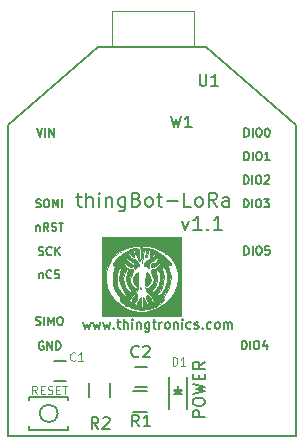
<source format=gbr>
G04 #@! TF.FileFunction,Legend,Top*
%FSLAX46Y46*%
G04 Gerber Fmt 4.6, Leading zero omitted, Abs format (unit mm)*
G04 Created by KiCad (PCBNEW 4.0.4-stable) date 03/08/17 14:14:02*
%MOMM*%
%LPD*%
G01*
G04 APERTURE LIST*
%ADD10C,0.100000*%
%ADD11C,0.175000*%
%ADD12C,0.150000*%
%ADD13C,0.200000*%
%ADD14C,0.010000*%
%ADD15C,0.110000*%
G04 APERTURE END LIST*
D10*
D11*
X190800001Y-123546667D02*
X190800001Y-122846667D01*
X190966667Y-122846667D01*
X191066667Y-122880000D01*
X191133334Y-122946667D01*
X191166667Y-123013333D01*
X191200001Y-123146667D01*
X191200001Y-123246667D01*
X191166667Y-123380000D01*
X191133334Y-123446667D01*
X191066667Y-123513333D01*
X190966667Y-123546667D01*
X190800001Y-123546667D01*
X191500001Y-123546667D02*
X191500001Y-122846667D01*
X191966667Y-122846667D02*
X192100000Y-122846667D01*
X192166667Y-122880000D01*
X192233334Y-122946667D01*
X192266667Y-123080000D01*
X192266667Y-123313333D01*
X192233334Y-123446667D01*
X192166667Y-123513333D01*
X192100000Y-123546667D01*
X191966667Y-123546667D01*
X191900000Y-123513333D01*
X191833334Y-123446667D01*
X191800000Y-123313333D01*
X191800000Y-123080000D01*
X191833334Y-122946667D01*
X191900000Y-122880000D01*
X191966667Y-122846667D01*
X192866667Y-123080000D02*
X192866667Y-123546667D01*
X192700000Y-122813333D02*
X192533333Y-123313333D01*
X192966667Y-123313333D01*
X190990001Y-115546667D02*
X190990001Y-114846667D01*
X191156667Y-114846667D01*
X191256667Y-114880000D01*
X191323334Y-114946667D01*
X191356667Y-115013333D01*
X191390001Y-115146667D01*
X191390001Y-115246667D01*
X191356667Y-115380000D01*
X191323334Y-115446667D01*
X191256667Y-115513333D01*
X191156667Y-115546667D01*
X190990001Y-115546667D01*
X191690001Y-115546667D02*
X191690001Y-114846667D01*
X192156667Y-114846667D02*
X192290000Y-114846667D01*
X192356667Y-114880000D01*
X192423334Y-114946667D01*
X192456667Y-115080000D01*
X192456667Y-115313333D01*
X192423334Y-115446667D01*
X192356667Y-115513333D01*
X192290000Y-115546667D01*
X192156667Y-115546667D01*
X192090000Y-115513333D01*
X192023334Y-115446667D01*
X191990000Y-115313333D01*
X191990000Y-115080000D01*
X192023334Y-114946667D01*
X192090000Y-114880000D01*
X192156667Y-114846667D01*
X193090000Y-114846667D02*
X192756667Y-114846667D01*
X192723333Y-115180000D01*
X192756667Y-115146667D01*
X192823333Y-115113333D01*
X192990000Y-115113333D01*
X193056667Y-115146667D01*
X193090000Y-115180000D01*
X193123333Y-115246667D01*
X193123333Y-115413333D01*
X193090000Y-115480000D01*
X193056667Y-115513333D01*
X192990000Y-115546667D01*
X192823333Y-115546667D01*
X192756667Y-115513333D01*
X192723333Y-115480000D01*
X190960001Y-111546667D02*
X190960001Y-110846667D01*
X191126667Y-110846667D01*
X191226667Y-110880000D01*
X191293334Y-110946667D01*
X191326667Y-111013333D01*
X191360001Y-111146667D01*
X191360001Y-111246667D01*
X191326667Y-111380000D01*
X191293334Y-111446667D01*
X191226667Y-111513333D01*
X191126667Y-111546667D01*
X190960001Y-111546667D01*
X191660001Y-111546667D02*
X191660001Y-110846667D01*
X192126667Y-110846667D02*
X192260000Y-110846667D01*
X192326667Y-110880000D01*
X192393334Y-110946667D01*
X192426667Y-111080000D01*
X192426667Y-111313333D01*
X192393334Y-111446667D01*
X192326667Y-111513333D01*
X192260000Y-111546667D01*
X192126667Y-111546667D01*
X192060000Y-111513333D01*
X191993334Y-111446667D01*
X191960000Y-111313333D01*
X191960000Y-111080000D01*
X191993334Y-110946667D01*
X192060000Y-110880000D01*
X192126667Y-110846667D01*
X192660000Y-110846667D02*
X193093333Y-110846667D01*
X192860000Y-111113333D01*
X192960000Y-111113333D01*
X193026667Y-111146667D01*
X193060000Y-111180000D01*
X193093333Y-111246667D01*
X193093333Y-111413333D01*
X193060000Y-111480000D01*
X193026667Y-111513333D01*
X192960000Y-111546667D01*
X192760000Y-111546667D01*
X192693333Y-111513333D01*
X192660000Y-111480000D01*
X190970001Y-109546667D02*
X190970001Y-108846667D01*
X191136667Y-108846667D01*
X191236667Y-108880000D01*
X191303334Y-108946667D01*
X191336667Y-109013333D01*
X191370001Y-109146667D01*
X191370001Y-109246667D01*
X191336667Y-109380000D01*
X191303334Y-109446667D01*
X191236667Y-109513333D01*
X191136667Y-109546667D01*
X190970001Y-109546667D01*
X191670001Y-109546667D02*
X191670001Y-108846667D01*
X192136667Y-108846667D02*
X192270000Y-108846667D01*
X192336667Y-108880000D01*
X192403334Y-108946667D01*
X192436667Y-109080000D01*
X192436667Y-109313333D01*
X192403334Y-109446667D01*
X192336667Y-109513333D01*
X192270000Y-109546667D01*
X192136667Y-109546667D01*
X192070000Y-109513333D01*
X192003334Y-109446667D01*
X191970000Y-109313333D01*
X191970000Y-109080000D01*
X192003334Y-108946667D01*
X192070000Y-108880000D01*
X192136667Y-108846667D01*
X192703333Y-108913333D02*
X192736667Y-108880000D01*
X192803333Y-108846667D01*
X192970000Y-108846667D01*
X193036667Y-108880000D01*
X193070000Y-108913333D01*
X193103333Y-108980000D01*
X193103333Y-109046667D01*
X193070000Y-109146667D01*
X192670000Y-109546667D01*
X193103333Y-109546667D01*
X190990001Y-107546667D02*
X190990001Y-106846667D01*
X191156667Y-106846667D01*
X191256667Y-106880000D01*
X191323334Y-106946667D01*
X191356667Y-107013333D01*
X191390001Y-107146667D01*
X191390001Y-107246667D01*
X191356667Y-107380000D01*
X191323334Y-107446667D01*
X191256667Y-107513333D01*
X191156667Y-107546667D01*
X190990001Y-107546667D01*
X191690001Y-107546667D02*
X191690001Y-106846667D01*
X192156667Y-106846667D02*
X192290000Y-106846667D01*
X192356667Y-106880000D01*
X192423334Y-106946667D01*
X192456667Y-107080000D01*
X192456667Y-107313333D01*
X192423334Y-107446667D01*
X192356667Y-107513333D01*
X192290000Y-107546667D01*
X192156667Y-107546667D01*
X192090000Y-107513333D01*
X192023334Y-107446667D01*
X191990000Y-107313333D01*
X191990000Y-107080000D01*
X192023334Y-106946667D01*
X192090000Y-106880000D01*
X192156667Y-106846667D01*
X193123333Y-107546667D02*
X192723333Y-107546667D01*
X192923333Y-107546667D02*
X192923333Y-106846667D01*
X192856667Y-106946667D01*
X192790000Y-107013333D01*
X192723333Y-107046667D01*
X190990001Y-105546667D02*
X190990001Y-104846667D01*
X191156667Y-104846667D01*
X191256667Y-104880000D01*
X191323334Y-104946667D01*
X191356667Y-105013333D01*
X191390001Y-105146667D01*
X191390001Y-105246667D01*
X191356667Y-105380000D01*
X191323334Y-105446667D01*
X191256667Y-105513333D01*
X191156667Y-105546667D01*
X190990001Y-105546667D01*
X191690001Y-105546667D02*
X191690001Y-104846667D01*
X192156667Y-104846667D02*
X192290000Y-104846667D01*
X192356667Y-104880000D01*
X192423334Y-104946667D01*
X192456667Y-105080000D01*
X192456667Y-105313333D01*
X192423334Y-105446667D01*
X192356667Y-105513333D01*
X192290000Y-105546667D01*
X192156667Y-105546667D01*
X192090000Y-105513333D01*
X192023334Y-105446667D01*
X191990000Y-105313333D01*
X191990000Y-105080000D01*
X192023334Y-104946667D01*
X192090000Y-104880000D01*
X192156667Y-104846667D01*
X192890000Y-104846667D02*
X192956667Y-104846667D01*
X193023333Y-104880000D01*
X193056667Y-104913333D01*
X193090000Y-104980000D01*
X193123333Y-105113333D01*
X193123333Y-105280000D01*
X193090000Y-105413333D01*
X193056667Y-105480000D01*
X193023333Y-105513333D01*
X192956667Y-105546667D01*
X192890000Y-105546667D01*
X192823333Y-105513333D01*
X192790000Y-105480000D01*
X192756667Y-105413333D01*
X192723333Y-105280000D01*
X192723333Y-105113333D01*
X192756667Y-104980000D01*
X192790000Y-104913333D01*
X192823333Y-104880000D01*
X192890000Y-104846667D01*
X173423334Y-104866667D02*
X173656667Y-105566667D01*
X173890000Y-104866667D01*
X174123334Y-105566667D02*
X174123334Y-104866667D01*
X174456667Y-105566667D02*
X174456667Y-104866667D01*
X174856667Y-105566667D01*
X174856667Y-104866667D01*
X173976667Y-122920000D02*
X173910001Y-122886667D01*
X173810001Y-122886667D01*
X173710001Y-122920000D01*
X173643334Y-122986667D01*
X173610001Y-123053333D01*
X173576667Y-123186667D01*
X173576667Y-123286667D01*
X173610001Y-123420000D01*
X173643334Y-123486667D01*
X173710001Y-123553333D01*
X173810001Y-123586667D01*
X173876667Y-123586667D01*
X173976667Y-123553333D01*
X174010001Y-123520000D01*
X174010001Y-123286667D01*
X173876667Y-123286667D01*
X174310001Y-123586667D02*
X174310001Y-122886667D01*
X174710001Y-123586667D01*
X174710001Y-122886667D01*
X175043334Y-123586667D02*
X175043334Y-122886667D01*
X175210000Y-122886667D01*
X175310000Y-122920000D01*
X175376667Y-122986667D01*
X175410000Y-123053333D01*
X175443334Y-123186667D01*
X175443334Y-123286667D01*
X175410000Y-123420000D01*
X175376667Y-123486667D01*
X175310000Y-123553333D01*
X175210000Y-123586667D01*
X175043334Y-123586667D01*
X173356667Y-121463333D02*
X173456667Y-121496667D01*
X173623334Y-121496667D01*
X173690001Y-121463333D01*
X173723334Y-121430000D01*
X173756667Y-121363333D01*
X173756667Y-121296667D01*
X173723334Y-121230000D01*
X173690001Y-121196667D01*
X173623334Y-121163333D01*
X173490001Y-121130000D01*
X173423334Y-121096667D01*
X173390001Y-121063333D01*
X173356667Y-120996667D01*
X173356667Y-120930000D01*
X173390001Y-120863333D01*
X173423334Y-120830000D01*
X173490001Y-120796667D01*
X173656667Y-120796667D01*
X173756667Y-120830000D01*
X174056668Y-121496667D02*
X174056668Y-120796667D01*
X174390001Y-121496667D02*
X174390001Y-120796667D01*
X174623334Y-121296667D01*
X174856667Y-120796667D01*
X174856667Y-121496667D01*
X175323334Y-120796667D02*
X175456667Y-120796667D01*
X175523334Y-120830000D01*
X175590001Y-120896667D01*
X175623334Y-121030000D01*
X175623334Y-121263333D01*
X175590001Y-121396667D01*
X175523334Y-121463333D01*
X175456667Y-121496667D01*
X175323334Y-121496667D01*
X175256667Y-121463333D01*
X175190001Y-121396667D01*
X175156667Y-121263333D01*
X175156667Y-121030000D01*
X175190001Y-120896667D01*
X175256667Y-120830000D01*
X175323334Y-120796667D01*
X173626667Y-117090000D02*
X173626667Y-117556667D01*
X173626667Y-117156667D02*
X173660000Y-117123333D01*
X173726667Y-117090000D01*
X173826667Y-117090000D01*
X173893333Y-117123333D01*
X173926667Y-117190000D01*
X173926667Y-117556667D01*
X174660000Y-117490000D02*
X174626666Y-117523333D01*
X174526666Y-117556667D01*
X174460000Y-117556667D01*
X174360000Y-117523333D01*
X174293333Y-117456667D01*
X174260000Y-117390000D01*
X174226666Y-117256667D01*
X174226666Y-117156667D01*
X174260000Y-117023333D01*
X174293333Y-116956667D01*
X174360000Y-116890000D01*
X174460000Y-116856667D01*
X174526666Y-116856667D01*
X174626666Y-116890000D01*
X174660000Y-116923333D01*
X174926666Y-117523333D02*
X175026666Y-117556667D01*
X175193333Y-117556667D01*
X175260000Y-117523333D01*
X175293333Y-117490000D01*
X175326666Y-117423333D01*
X175326666Y-117356667D01*
X175293333Y-117290000D01*
X175260000Y-117256667D01*
X175193333Y-117223333D01*
X175060000Y-117190000D01*
X174993333Y-117156667D01*
X174960000Y-117123333D01*
X174926666Y-117056667D01*
X174926666Y-116990000D01*
X174960000Y-116923333D01*
X174993333Y-116890000D01*
X175060000Y-116856667D01*
X175226666Y-116856667D01*
X175326666Y-116890000D01*
X173570000Y-115543333D02*
X173670000Y-115576667D01*
X173836667Y-115576667D01*
X173903334Y-115543333D01*
X173936667Y-115510000D01*
X173970000Y-115443333D01*
X173970000Y-115376667D01*
X173936667Y-115310000D01*
X173903334Y-115276667D01*
X173836667Y-115243333D01*
X173703334Y-115210000D01*
X173636667Y-115176667D01*
X173603334Y-115143333D01*
X173570000Y-115076667D01*
X173570000Y-115010000D01*
X173603334Y-114943333D01*
X173636667Y-114910000D01*
X173703334Y-114876667D01*
X173870000Y-114876667D01*
X173970000Y-114910000D01*
X174670001Y-115510000D02*
X174636667Y-115543333D01*
X174536667Y-115576667D01*
X174470001Y-115576667D01*
X174370001Y-115543333D01*
X174303334Y-115476667D01*
X174270001Y-115410000D01*
X174236667Y-115276667D01*
X174236667Y-115176667D01*
X174270001Y-115043333D01*
X174303334Y-114976667D01*
X174370001Y-114910000D01*
X174470001Y-114876667D01*
X174536667Y-114876667D01*
X174636667Y-114910000D01*
X174670001Y-114943333D01*
X174970001Y-115576667D02*
X174970001Y-114876667D01*
X175370001Y-115576667D02*
X175070001Y-115176667D01*
X175370001Y-114876667D02*
X174970001Y-115276667D01*
X173370001Y-113070000D02*
X173370001Y-113536667D01*
X173370001Y-113136667D02*
X173403334Y-113103333D01*
X173470001Y-113070000D01*
X173570001Y-113070000D01*
X173636667Y-113103333D01*
X173670001Y-113170000D01*
X173670001Y-113536667D01*
X174403334Y-113536667D02*
X174170000Y-113203333D01*
X174003334Y-113536667D02*
X174003334Y-112836667D01*
X174270000Y-112836667D01*
X174336667Y-112870000D01*
X174370000Y-112903333D01*
X174403334Y-112970000D01*
X174403334Y-113070000D01*
X174370000Y-113136667D01*
X174336667Y-113170000D01*
X174270000Y-113203333D01*
X174003334Y-113203333D01*
X174670000Y-113503333D02*
X174770000Y-113536667D01*
X174936667Y-113536667D01*
X175003334Y-113503333D01*
X175036667Y-113470000D01*
X175070000Y-113403333D01*
X175070000Y-113336667D01*
X175036667Y-113270000D01*
X175003334Y-113236667D01*
X174936667Y-113203333D01*
X174803334Y-113170000D01*
X174736667Y-113136667D01*
X174703334Y-113103333D01*
X174670000Y-113036667D01*
X174670000Y-112970000D01*
X174703334Y-112903333D01*
X174736667Y-112870000D01*
X174803334Y-112836667D01*
X174970000Y-112836667D01*
X175070000Y-112870000D01*
X175270001Y-112836667D02*
X175670001Y-112836667D01*
X175470001Y-113536667D02*
X175470001Y-112836667D01*
X173336667Y-111513333D02*
X173436667Y-111546667D01*
X173603334Y-111546667D01*
X173670001Y-111513333D01*
X173703334Y-111480000D01*
X173736667Y-111413333D01*
X173736667Y-111346667D01*
X173703334Y-111280000D01*
X173670001Y-111246667D01*
X173603334Y-111213333D01*
X173470001Y-111180000D01*
X173403334Y-111146667D01*
X173370001Y-111113333D01*
X173336667Y-111046667D01*
X173336667Y-110980000D01*
X173370001Y-110913333D01*
X173403334Y-110880000D01*
X173470001Y-110846667D01*
X173636667Y-110846667D01*
X173736667Y-110880000D01*
X174170001Y-110846667D02*
X174303334Y-110846667D01*
X174370001Y-110880000D01*
X174436668Y-110946667D01*
X174470001Y-111080000D01*
X174470001Y-111313333D01*
X174436668Y-111446667D01*
X174370001Y-111513333D01*
X174303334Y-111546667D01*
X174170001Y-111546667D01*
X174103334Y-111513333D01*
X174036668Y-111446667D01*
X174003334Y-111313333D01*
X174003334Y-111080000D01*
X174036668Y-110946667D01*
X174103334Y-110880000D01*
X174170001Y-110846667D01*
X174770001Y-111546667D02*
X174770001Y-110846667D01*
X175003334Y-111346667D01*
X175236667Y-110846667D01*
X175236667Y-111546667D01*
X175570001Y-111546667D02*
X175570001Y-110846667D01*
D12*
X177356191Y-121278571D02*
X177508572Y-121811905D01*
X177660953Y-121430952D01*
X177813334Y-121811905D01*
X177965715Y-121278571D01*
X178194286Y-121278571D02*
X178346667Y-121811905D01*
X178499048Y-121430952D01*
X178651429Y-121811905D01*
X178803810Y-121278571D01*
X179032381Y-121278571D02*
X179184762Y-121811905D01*
X179337143Y-121430952D01*
X179489524Y-121811905D01*
X179641905Y-121278571D01*
X179946666Y-121735714D02*
X179984761Y-121773810D01*
X179946666Y-121811905D01*
X179908571Y-121773810D01*
X179946666Y-121735714D01*
X179946666Y-121811905D01*
X180213332Y-121278571D02*
X180518094Y-121278571D01*
X180327618Y-121011905D02*
X180327618Y-121697619D01*
X180365713Y-121773810D01*
X180441904Y-121811905D01*
X180518094Y-121811905D01*
X180784761Y-121811905D02*
X180784761Y-121011905D01*
X181127618Y-121811905D02*
X181127618Y-121392857D01*
X181089523Y-121316667D01*
X181013333Y-121278571D01*
X180899047Y-121278571D01*
X180822856Y-121316667D01*
X180784761Y-121354762D01*
X181508571Y-121811905D02*
X181508571Y-121278571D01*
X181508571Y-121011905D02*
X181470476Y-121050000D01*
X181508571Y-121088095D01*
X181546666Y-121050000D01*
X181508571Y-121011905D01*
X181508571Y-121088095D01*
X181889523Y-121278571D02*
X181889523Y-121811905D01*
X181889523Y-121354762D02*
X181927618Y-121316667D01*
X182003809Y-121278571D01*
X182118095Y-121278571D01*
X182194285Y-121316667D01*
X182232380Y-121392857D01*
X182232380Y-121811905D01*
X182956190Y-121278571D02*
X182956190Y-121926190D01*
X182918095Y-122002381D01*
X182880000Y-122040476D01*
X182803809Y-122078571D01*
X182689524Y-122078571D01*
X182613333Y-122040476D01*
X182956190Y-121773810D02*
X182880000Y-121811905D01*
X182727619Y-121811905D01*
X182651428Y-121773810D01*
X182613333Y-121735714D01*
X182575238Y-121659524D01*
X182575238Y-121430952D01*
X182613333Y-121354762D01*
X182651428Y-121316667D01*
X182727619Y-121278571D01*
X182880000Y-121278571D01*
X182956190Y-121316667D01*
X183222857Y-121278571D02*
X183527619Y-121278571D01*
X183337143Y-121011905D02*
X183337143Y-121697619D01*
X183375238Y-121773810D01*
X183451429Y-121811905D01*
X183527619Y-121811905D01*
X183794286Y-121811905D02*
X183794286Y-121278571D01*
X183794286Y-121430952D02*
X183832381Y-121354762D01*
X183870477Y-121316667D01*
X183946667Y-121278571D01*
X184022858Y-121278571D01*
X184403810Y-121811905D02*
X184327619Y-121773810D01*
X184289524Y-121735714D01*
X184251429Y-121659524D01*
X184251429Y-121430952D01*
X184289524Y-121354762D01*
X184327619Y-121316667D01*
X184403810Y-121278571D01*
X184518096Y-121278571D01*
X184594286Y-121316667D01*
X184632381Y-121354762D01*
X184670477Y-121430952D01*
X184670477Y-121659524D01*
X184632381Y-121735714D01*
X184594286Y-121773810D01*
X184518096Y-121811905D01*
X184403810Y-121811905D01*
X185013334Y-121278571D02*
X185013334Y-121811905D01*
X185013334Y-121354762D02*
X185051429Y-121316667D01*
X185127620Y-121278571D01*
X185241906Y-121278571D01*
X185318096Y-121316667D01*
X185356191Y-121392857D01*
X185356191Y-121811905D01*
X185737144Y-121811905D02*
X185737144Y-121278571D01*
X185737144Y-121011905D02*
X185699049Y-121050000D01*
X185737144Y-121088095D01*
X185775239Y-121050000D01*
X185737144Y-121011905D01*
X185737144Y-121088095D01*
X186460953Y-121773810D02*
X186384763Y-121811905D01*
X186232382Y-121811905D01*
X186156191Y-121773810D01*
X186118096Y-121735714D01*
X186080001Y-121659524D01*
X186080001Y-121430952D01*
X186118096Y-121354762D01*
X186156191Y-121316667D01*
X186232382Y-121278571D01*
X186384763Y-121278571D01*
X186460953Y-121316667D01*
X186765715Y-121773810D02*
X186841905Y-121811905D01*
X186994286Y-121811905D01*
X187070477Y-121773810D01*
X187108572Y-121697619D01*
X187108572Y-121659524D01*
X187070477Y-121583333D01*
X186994286Y-121545238D01*
X186880001Y-121545238D01*
X186803810Y-121507143D01*
X186765715Y-121430952D01*
X186765715Y-121392857D01*
X186803810Y-121316667D01*
X186880001Y-121278571D01*
X186994286Y-121278571D01*
X187070477Y-121316667D01*
X187451429Y-121735714D02*
X187489524Y-121773810D01*
X187451429Y-121811905D01*
X187413334Y-121773810D01*
X187451429Y-121735714D01*
X187451429Y-121811905D01*
X188175238Y-121773810D02*
X188099048Y-121811905D01*
X187946667Y-121811905D01*
X187870476Y-121773810D01*
X187832381Y-121735714D01*
X187794286Y-121659524D01*
X187794286Y-121430952D01*
X187832381Y-121354762D01*
X187870476Y-121316667D01*
X187946667Y-121278571D01*
X188099048Y-121278571D01*
X188175238Y-121316667D01*
X188632381Y-121811905D02*
X188556190Y-121773810D01*
X188518095Y-121735714D01*
X188480000Y-121659524D01*
X188480000Y-121430952D01*
X188518095Y-121354762D01*
X188556190Y-121316667D01*
X188632381Y-121278571D01*
X188746667Y-121278571D01*
X188822857Y-121316667D01*
X188860952Y-121354762D01*
X188899048Y-121430952D01*
X188899048Y-121659524D01*
X188860952Y-121735714D01*
X188822857Y-121773810D01*
X188746667Y-121811905D01*
X188632381Y-121811905D01*
X189241905Y-121811905D02*
X189241905Y-121278571D01*
X189241905Y-121354762D02*
X189280000Y-121316667D01*
X189356191Y-121278571D01*
X189470477Y-121278571D01*
X189546667Y-121316667D01*
X189584762Y-121392857D01*
X189584762Y-121811905D01*
X189584762Y-121392857D02*
X189622858Y-121316667D01*
X189699048Y-121278571D01*
X189813334Y-121278571D01*
X189889524Y-121316667D01*
X189927619Y-121392857D01*
X189927619Y-121811905D01*
D13*
X176767144Y-110692857D02*
X177224287Y-110692857D01*
X176938572Y-110292857D02*
X176938572Y-111321429D01*
X176995715Y-111435714D01*
X177110001Y-111492857D01*
X177224287Y-111492857D01*
X177624286Y-111492857D02*
X177624286Y-110292857D01*
X178138572Y-111492857D02*
X178138572Y-110864286D01*
X178081429Y-110750000D01*
X177967143Y-110692857D01*
X177795715Y-110692857D01*
X177681429Y-110750000D01*
X177624286Y-110807143D01*
X178710000Y-111492857D02*
X178710000Y-110692857D01*
X178710000Y-110292857D02*
X178652857Y-110350000D01*
X178710000Y-110407143D01*
X178767143Y-110350000D01*
X178710000Y-110292857D01*
X178710000Y-110407143D01*
X179281429Y-110692857D02*
X179281429Y-111492857D01*
X179281429Y-110807143D02*
X179338572Y-110750000D01*
X179452858Y-110692857D01*
X179624286Y-110692857D01*
X179738572Y-110750000D01*
X179795715Y-110864286D01*
X179795715Y-111492857D01*
X180881429Y-110692857D02*
X180881429Y-111664286D01*
X180824286Y-111778571D01*
X180767143Y-111835714D01*
X180652858Y-111892857D01*
X180481429Y-111892857D01*
X180367143Y-111835714D01*
X180881429Y-111435714D02*
X180767143Y-111492857D01*
X180538572Y-111492857D01*
X180424286Y-111435714D01*
X180367143Y-111378571D01*
X180310000Y-111264286D01*
X180310000Y-110921429D01*
X180367143Y-110807143D01*
X180424286Y-110750000D01*
X180538572Y-110692857D01*
X180767143Y-110692857D01*
X180881429Y-110750000D01*
X181852857Y-110864286D02*
X182024286Y-110921429D01*
X182081429Y-110978571D01*
X182138572Y-111092857D01*
X182138572Y-111264286D01*
X182081429Y-111378571D01*
X182024286Y-111435714D01*
X181910000Y-111492857D01*
X181452857Y-111492857D01*
X181452857Y-110292857D01*
X181852857Y-110292857D01*
X181967143Y-110350000D01*
X182024286Y-110407143D01*
X182081429Y-110521429D01*
X182081429Y-110635714D01*
X182024286Y-110750000D01*
X181967143Y-110807143D01*
X181852857Y-110864286D01*
X181452857Y-110864286D01*
X182824286Y-111492857D02*
X182710000Y-111435714D01*
X182652857Y-111378571D01*
X182595714Y-111264286D01*
X182595714Y-110921429D01*
X182652857Y-110807143D01*
X182710000Y-110750000D01*
X182824286Y-110692857D01*
X182995714Y-110692857D01*
X183110000Y-110750000D01*
X183167143Y-110807143D01*
X183224286Y-110921429D01*
X183224286Y-111264286D01*
X183167143Y-111378571D01*
X183110000Y-111435714D01*
X182995714Y-111492857D01*
X182824286Y-111492857D01*
X183567143Y-110692857D02*
X184024286Y-110692857D01*
X183738571Y-110292857D02*
X183738571Y-111321429D01*
X183795714Y-111435714D01*
X183910000Y-111492857D01*
X184024286Y-111492857D01*
X184424285Y-111035714D02*
X185338571Y-111035714D01*
X186481428Y-111492857D02*
X185909999Y-111492857D01*
X185909999Y-110292857D01*
X187052857Y-111492857D02*
X186938571Y-111435714D01*
X186881428Y-111378571D01*
X186824285Y-111264286D01*
X186824285Y-110921429D01*
X186881428Y-110807143D01*
X186938571Y-110750000D01*
X187052857Y-110692857D01*
X187224285Y-110692857D01*
X187338571Y-110750000D01*
X187395714Y-110807143D01*
X187452857Y-110921429D01*
X187452857Y-111264286D01*
X187395714Y-111378571D01*
X187338571Y-111435714D01*
X187224285Y-111492857D01*
X187052857Y-111492857D01*
X188652857Y-111492857D02*
X188252857Y-110921429D01*
X187967142Y-111492857D02*
X187967142Y-110292857D01*
X188424285Y-110292857D01*
X188538571Y-110350000D01*
X188595714Y-110407143D01*
X188652857Y-110521429D01*
X188652857Y-110692857D01*
X188595714Y-110807143D01*
X188538571Y-110864286D01*
X188424285Y-110921429D01*
X187967142Y-110921429D01*
X189681428Y-111492857D02*
X189681428Y-110864286D01*
X189624285Y-110750000D01*
X189509999Y-110692857D01*
X189281428Y-110692857D01*
X189167142Y-110750000D01*
X189681428Y-111435714D02*
X189567142Y-111492857D01*
X189281428Y-111492857D01*
X189167142Y-111435714D01*
X189109999Y-111321429D01*
X189109999Y-111207143D01*
X189167142Y-111092857D01*
X189281428Y-111035714D01*
X189567142Y-111035714D01*
X189681428Y-110978571D01*
X185710002Y-112692857D02*
X185995716Y-113492857D01*
X186281430Y-112692857D01*
X187367145Y-113492857D02*
X186681430Y-113492857D01*
X187024288Y-113492857D02*
X187024288Y-112292857D01*
X186910002Y-112464286D01*
X186795716Y-112578571D01*
X186681430Y-112635714D01*
X187881430Y-113378571D02*
X187938573Y-113435714D01*
X187881430Y-113492857D01*
X187824287Y-113435714D01*
X187881430Y-113378571D01*
X187881430Y-113492857D01*
X189081431Y-113492857D02*
X188395716Y-113492857D01*
X188738574Y-113492857D02*
X188738574Y-112292857D01*
X188624288Y-112464286D01*
X188510002Y-112578571D01*
X188395716Y-112635714D01*
D12*
X181720000Y-126780000D02*
X182720000Y-126780000D01*
X182720000Y-125080000D02*
X181720000Y-125080000D01*
X177855000Y-127640000D02*
X177855000Y-126440000D01*
X179605000Y-126440000D02*
X179605000Y-127640000D01*
X170990000Y-104530000D02*
X170990000Y-130940000D01*
X170990000Y-130940000D02*
X195370000Y-130940000D01*
X195370000Y-130940000D02*
X195370000Y-104530000D01*
X195370000Y-104530000D02*
X187780000Y-98000000D01*
X187780000Y-98000000D02*
X178580000Y-98000000D01*
X178580000Y-98000000D02*
X170990000Y-104530000D01*
X186140000Y-128580000D02*
X186140000Y-125880000D01*
X184640000Y-128580000D02*
X184640000Y-125880000D01*
X185540000Y-127080000D02*
X185290000Y-127080000D01*
X185290000Y-127080000D02*
X185440000Y-127230000D01*
X185040000Y-127330000D02*
X185740000Y-127330000D01*
X185390000Y-126980000D02*
X185390000Y-126630000D01*
X185390000Y-127330000D02*
X185040000Y-126980000D01*
X185040000Y-126980000D02*
X185740000Y-126980000D01*
X185740000Y-126980000D02*
X185390000Y-127330000D01*
X174880000Y-126240000D02*
X175880000Y-126240000D01*
X175880000Y-124540000D02*
X174880000Y-124540000D01*
X181550000Y-127125000D02*
X182750000Y-127125000D01*
X182750000Y-128875000D02*
X181550000Y-128875000D01*
D10*
X179805000Y-94950000D02*
X186725000Y-94950000D01*
X186725000Y-98000000D02*
X186725000Y-94950000D01*
X186725000Y-98000000D02*
X179805000Y-98000000D01*
X179805000Y-98000000D02*
X179805000Y-94950000D01*
D14*
G36*
X185616666Y-120756666D02*
X178928000Y-120756666D01*
X178928000Y-117665377D01*
X179279415Y-117665377D01*
X179280412Y-117683193D01*
X179380757Y-118301690D01*
X179615237Y-118849418D01*
X179999566Y-119360246D01*
X180113503Y-119478773D01*
X180548963Y-119852178D01*
X181012055Y-120109298D01*
X181567303Y-120284944D01*
X181637333Y-120300909D01*
X182008404Y-120375236D01*
X182289911Y-120404462D01*
X182555161Y-120389830D01*
X182877456Y-120332581D01*
X182924332Y-120322719D01*
X183616090Y-120102469D01*
X184212220Y-119764316D01*
X184698849Y-119323919D01*
X185062103Y-118796940D01*
X185288112Y-118199040D01*
X185363085Y-117569562D01*
X185335259Y-117134907D01*
X185260783Y-116726570D01*
X185215055Y-116574861D01*
X185098078Y-116322699D01*
X184931524Y-116052275D01*
X184743098Y-115798423D01*
X184560507Y-115595980D01*
X184411454Y-115479779D01*
X184337060Y-115470937D01*
X184279392Y-115454245D01*
X184281068Y-115407793D01*
X184233704Y-115312184D01*
X184162142Y-115294586D01*
X183998126Y-115252406D01*
X183950475Y-115217512D01*
X183940400Y-115180890D01*
X183986833Y-115202422D01*
X184080917Y-115231779D01*
X184092666Y-115217717D01*
X184019580Y-115133296D01*
X183839190Y-115036066D01*
X183609796Y-114948550D01*
X183389701Y-114893272D01*
X183245262Y-114890327D01*
X183112232Y-114902893D01*
X183100694Y-114859619D01*
X183045611Y-114821440D01*
X182838168Y-114794301D01*
X182495081Y-114779850D01*
X182272333Y-114777897D01*
X181866265Y-114785213D01*
X181587284Y-114806062D01*
X181452105Y-114838794D01*
X181443972Y-114859619D01*
X181420281Y-114906648D01*
X181311789Y-114893566D01*
X181184395Y-114884291D01*
X181185438Y-114936950D01*
X181180120Y-114992302D01*
X181100889Y-114974045D01*
X180983743Y-114967909D01*
X180960000Y-115006987D01*
X180907972Y-115055075D01*
X180875333Y-115041666D01*
X180797439Y-115051188D01*
X180790666Y-115083999D01*
X180743055Y-115142795D01*
X180716085Y-115132566D01*
X180601172Y-115151832D01*
X180412253Y-115272700D01*
X180183224Y-115466269D01*
X179947984Y-115703638D01*
X179740428Y-115955909D01*
X179724569Y-115977926D01*
X179445693Y-116479959D01*
X179300654Y-117029599D01*
X179279415Y-117665377D01*
X178928000Y-117665377D01*
X178928000Y-114068000D01*
X185616666Y-114068000D01*
X185616666Y-120756666D01*
X185616666Y-120756666D01*
G37*
X185616666Y-120756666D02*
X178928000Y-120756666D01*
X178928000Y-117665377D01*
X179279415Y-117665377D01*
X179280412Y-117683193D01*
X179380757Y-118301690D01*
X179615237Y-118849418D01*
X179999566Y-119360246D01*
X180113503Y-119478773D01*
X180548963Y-119852178D01*
X181012055Y-120109298D01*
X181567303Y-120284944D01*
X181637333Y-120300909D01*
X182008404Y-120375236D01*
X182289911Y-120404462D01*
X182555161Y-120389830D01*
X182877456Y-120332581D01*
X182924332Y-120322719D01*
X183616090Y-120102469D01*
X184212220Y-119764316D01*
X184698849Y-119323919D01*
X185062103Y-118796940D01*
X185288112Y-118199040D01*
X185363085Y-117569562D01*
X185335259Y-117134907D01*
X185260783Y-116726570D01*
X185215055Y-116574861D01*
X185098078Y-116322699D01*
X184931524Y-116052275D01*
X184743098Y-115798423D01*
X184560507Y-115595980D01*
X184411454Y-115479779D01*
X184337060Y-115470937D01*
X184279392Y-115454245D01*
X184281068Y-115407793D01*
X184233704Y-115312184D01*
X184162142Y-115294586D01*
X183998126Y-115252406D01*
X183950475Y-115217512D01*
X183940400Y-115180890D01*
X183986833Y-115202422D01*
X184080917Y-115231779D01*
X184092666Y-115217717D01*
X184019580Y-115133296D01*
X183839190Y-115036066D01*
X183609796Y-114948550D01*
X183389701Y-114893272D01*
X183245262Y-114890327D01*
X183112232Y-114902893D01*
X183100694Y-114859619D01*
X183045611Y-114821440D01*
X182838168Y-114794301D01*
X182495081Y-114779850D01*
X182272333Y-114777897D01*
X181866265Y-114785213D01*
X181587284Y-114806062D01*
X181452105Y-114838794D01*
X181443972Y-114859619D01*
X181420281Y-114906648D01*
X181311789Y-114893566D01*
X181184395Y-114884291D01*
X181185438Y-114936950D01*
X181180120Y-114992302D01*
X181100889Y-114974045D01*
X180983743Y-114967909D01*
X180960000Y-115006987D01*
X180907972Y-115055075D01*
X180875333Y-115041666D01*
X180797439Y-115051188D01*
X180790666Y-115083999D01*
X180743055Y-115142795D01*
X180716085Y-115132566D01*
X180601172Y-115151832D01*
X180412253Y-115272700D01*
X180183224Y-115466269D01*
X179947984Y-115703638D01*
X179740428Y-115955909D01*
X179724569Y-115977926D01*
X179445693Y-116479959D01*
X179300654Y-117029599D01*
X179279415Y-117665377D01*
X178928000Y-117665377D01*
X178928000Y-114068000D01*
X185616666Y-114068000D01*
X185616666Y-120756666D01*
G36*
X182481996Y-114954539D02*
X182713617Y-114988853D01*
X183388463Y-115166516D01*
X183969134Y-115473843D01*
X184380414Y-115817325D01*
X184631361Y-116092399D01*
X184753607Y-116292724D01*
X184743667Y-116410059D01*
X184643000Y-116438666D01*
X184558756Y-116439663D01*
X184528805Y-116470798D01*
X184552876Y-116574287D01*
X184630699Y-116792346D01*
X184640558Y-116819666D01*
X184764418Y-117395124D01*
X184720415Y-117970777D01*
X184508060Y-118549512D01*
X184284508Y-118921505D01*
X184153699Y-119133156D01*
X184125477Y-119255118D01*
X184173121Y-119314730D01*
X184199459Y-119385360D01*
X184093972Y-119498603D01*
X183913862Y-119625099D01*
X183690077Y-119778416D01*
X183526853Y-119905150D01*
X183480129Y-119951540D01*
X183423063Y-119986318D01*
X183416629Y-119963133D01*
X183365046Y-119942851D01*
X183306038Y-119979972D01*
X183150672Y-120055429D01*
X182921412Y-120115789D01*
X182903871Y-120118798D01*
X182632015Y-120165959D01*
X182395252Y-120210766D01*
X182214477Y-120225510D01*
X182126353Y-120201464D01*
X182013787Y-120159125D01*
X181805873Y-120123880D01*
X181765172Y-120119684D01*
X181524215Y-120073171D01*
X181438673Y-120037000D01*
X181552666Y-120037000D01*
X181595000Y-120079333D01*
X181637333Y-120037000D01*
X181595000Y-119994666D01*
X181552666Y-120037000D01*
X181438673Y-120037000D01*
X181345742Y-119997705D01*
X181333525Y-119988463D01*
X181209978Y-119924340D01*
X181162565Y-119933212D01*
X181073130Y-119919956D01*
X180961010Y-119839444D01*
X180776414Y-119686451D01*
X180579666Y-119540632D01*
X180429827Y-119401747D01*
X180437265Y-119298272D01*
X180439717Y-119295748D01*
X180459033Y-119173957D01*
X180344303Y-118969711D01*
X180322736Y-118940892D01*
X180145401Y-118669232D01*
X179994923Y-118377066D01*
X179988952Y-118362995D01*
X179901463Y-118026126D01*
X179864381Y-117603443D01*
X179866998Y-117527055D01*
X180167684Y-117527055D01*
X180182937Y-117881062D01*
X180247464Y-118206545D01*
X180318744Y-118386000D01*
X180508843Y-118699615D01*
X180697677Y-118916495D01*
X180861125Y-119011786D01*
X180921960Y-119007636D01*
X180964664Y-118941426D01*
X180904616Y-118796514D01*
X180785697Y-118619703D01*
X180523443Y-118161778D01*
X180411828Y-117701597D01*
X180417301Y-117625485D01*
X180706000Y-117625485D01*
X180764934Y-117948146D01*
X180919178Y-118300729D01*
X181110332Y-118576500D01*
X181260743Y-118708147D01*
X181375793Y-118699082D01*
X181407894Y-118671883D01*
X181395040Y-118578720D01*
X181298809Y-118410037D01*
X181253374Y-118347313D01*
X181041860Y-117967973D01*
X180992196Y-117578611D01*
X181069475Y-117223997D01*
X181143838Y-116963171D01*
X181136941Y-116823962D01*
X181046033Y-116777954D01*
X181026235Y-116777333D01*
X180939498Y-116851629D01*
X180844450Y-117038029D01*
X180761754Y-117281803D01*
X180712077Y-117528219D01*
X180706000Y-117625485D01*
X180417301Y-117625485D01*
X180447411Y-117206782D01*
X180586532Y-116745901D01*
X180582394Y-116628874D01*
X180513663Y-116608000D01*
X180374695Y-116684996D01*
X180267851Y-116889911D01*
X180197418Y-117183635D01*
X180167684Y-117527055D01*
X179866998Y-117527055D01*
X179879192Y-117171245D01*
X179947379Y-116805828D01*
X179958030Y-116773477D01*
X180012995Y-116568961D01*
X179987956Y-116473396D01*
X179958030Y-116457454D01*
X179874900Y-116398072D01*
X179888919Y-116290599D01*
X180010091Y-116112675D01*
X180219166Y-115873678D01*
X180472872Y-115640442D01*
X180777111Y-115425190D01*
X181102368Y-115240413D01*
X181419127Y-115098602D01*
X181697870Y-115012248D01*
X181909082Y-114993843D01*
X182023248Y-115055878D01*
X182035110Y-115105166D01*
X182045922Y-115241913D01*
X182071188Y-115487372D01*
X182097394Y-115719000D01*
X182122887Y-115996822D01*
X182114504Y-116121202D01*
X182071260Y-116104803D01*
X182067802Y-116100000D01*
X181988446Y-115914986D01*
X181977296Y-115835200D01*
X181915481Y-115668012D01*
X181847088Y-115590413D01*
X181759601Y-115424409D01*
X181768127Y-115326046D01*
X181765808Y-115195481D01*
X181685372Y-115168666D01*
X181591828Y-115171041D01*
X181561859Y-115210000D01*
X181587366Y-115333292D01*
X181631423Y-115486725D01*
X181662989Y-115692715D01*
X181615267Y-115760093D01*
X181508195Y-115677393D01*
X181448351Y-115591999D01*
X181329209Y-115468326D01*
X181204675Y-115420598D01*
X181132469Y-115466805D01*
X181129333Y-115492574D01*
X181193930Y-115613834D01*
X181346152Y-115761803D01*
X181523645Y-115884580D01*
X181655642Y-115930666D01*
X181784869Y-115996906D01*
X181933869Y-116160660D01*
X181963952Y-116205345D01*
X182071995Y-116385325D01*
X182089735Y-116474294D01*
X182018442Y-116523678D01*
X181972266Y-116541283D01*
X181837761Y-116629699D01*
X181806666Y-116694935D01*
X181754957Y-116748040D01*
X181722000Y-116735000D01*
X181661000Y-116620543D01*
X181637333Y-116433669D01*
X181611227Y-116257517D01*
X181548818Y-116184666D01*
X181434872Y-116129537D01*
X181270495Y-115994204D01*
X181243505Y-115967868D01*
X181089577Y-115839029D01*
X180985825Y-115797221D01*
X180975181Y-115802596D01*
X180967841Y-115912376D01*
X181070728Y-116062772D01*
X181248246Y-116208318D01*
X181327643Y-116252786D01*
X181489298Y-116369596D01*
X181552666Y-116485619D01*
X181493818Y-116589676D01*
X181350775Y-116599862D01*
X181173788Y-116525251D01*
X181024790Y-116390294D01*
X180871125Y-116245991D01*
X180768485Y-116257647D01*
X180765681Y-116360760D01*
X180869721Y-116502610D01*
X181036975Y-116644276D01*
X181223813Y-116746837D01*
X181348055Y-116774657D01*
X181528240Y-116803025D01*
X181575517Y-116897800D01*
X181497851Y-117084830D01*
X181462206Y-117145167D01*
X181351294Y-117380290D01*
X181299484Y-117594928D01*
X181298983Y-117610936D01*
X181346399Y-117837862D01*
X181463420Y-118083113D01*
X181611278Y-118276776D01*
X181703993Y-118341286D01*
X181857748Y-118363926D01*
X181892318Y-118287252D01*
X181801878Y-118137739D01*
X181758866Y-118091896D01*
X181584769Y-117818073D01*
X181569572Y-117527029D01*
X181713062Y-117253548D01*
X181764333Y-117200666D01*
X181907794Y-117077826D01*
X181984773Y-117034817D01*
X181987880Y-117037741D01*
X181998037Y-117134862D01*
X182012335Y-117350482D01*
X182024810Y-117581666D01*
X182018614Y-118064788D01*
X181953190Y-118457400D01*
X181835163Y-118733404D01*
X181701638Y-118855391D01*
X181515379Y-118995961D01*
X181432592Y-119105666D01*
X181328252Y-119264351D01*
X181266652Y-119329033D01*
X181236187Y-119430130D01*
X181300753Y-119538966D01*
X181381602Y-119571333D01*
X181449098Y-119498499D01*
X181509008Y-119323365D01*
X181509048Y-119323183D01*
X181587839Y-119115753D01*
X181702864Y-118960920D01*
X181816729Y-118901364D01*
X181861629Y-118920740D01*
X181914027Y-119072166D01*
X181896182Y-119286020D01*
X181821198Y-119477330D01*
X181766438Y-119537930D01*
X181672267Y-119658851D01*
X181676185Y-119735033D01*
X181783108Y-119819911D01*
X181874600Y-119785815D01*
X181891891Y-119719500D01*
X181937074Y-119583217D01*
X182047042Y-119388246D01*
X182066152Y-119359666D01*
X182239856Y-119105666D01*
X182213761Y-119564006D01*
X182214746Y-119877947D01*
X182263415Y-120036888D01*
X182293500Y-120057894D01*
X182357935Y-120024784D01*
X182393807Y-119858802D01*
X182405313Y-119599555D01*
X182411294Y-119105666D01*
X182571175Y-119465500D01*
X182683333Y-119678983D01*
X182784475Y-119807960D01*
X182819194Y-119825333D01*
X182900957Y-119768886D01*
X182865501Y-119611755D01*
X182746082Y-119413350D01*
X182643583Y-119235438D01*
X182650973Y-119106962D01*
X182691339Y-119041235D01*
X182782470Y-118942379D01*
X182865323Y-118975339D01*
X182928516Y-119042954D01*
X183048248Y-119232937D01*
X183089092Y-119352650D01*
X183154133Y-119493274D01*
X183249336Y-119553490D01*
X183320706Y-119511229D01*
X183330666Y-119451388D01*
X183290042Y-119334216D01*
X183251888Y-119317333D01*
X183180099Y-119245343D01*
X183146055Y-119126833D01*
X183052076Y-118944075D01*
X183028514Y-118926343D01*
X183584666Y-118926343D01*
X183644888Y-118981439D01*
X183781269Y-118961320D01*
X183927386Y-118882116D01*
X183979406Y-118830500D01*
X184266544Y-118344231D01*
X184415833Y-117807765D01*
X184419877Y-117262098D01*
X184329658Y-116889177D01*
X184232622Y-116707550D01*
X184125816Y-116612588D01*
X184045887Y-116616002D01*
X184029480Y-116729500D01*
X184045858Y-116798500D01*
X184162468Y-117385826D01*
X184144104Y-117912847D01*
X183992986Y-118360765D01*
X183834490Y-118589487D01*
X183683584Y-118772055D01*
X183594700Y-118900262D01*
X183584666Y-118926343D01*
X183028514Y-118926343D01*
X182933711Y-118855000D01*
X182767889Y-118739133D01*
X182700823Y-118643333D01*
X182687033Y-118608461D01*
X183104476Y-118608461D01*
X183119000Y-118640000D01*
X183227205Y-118718958D01*
X183380303Y-118656299D01*
X183546468Y-118500536D01*
X183787816Y-118121425D01*
X183878449Y-117679880D01*
X183818739Y-117218828D01*
X183721613Y-116961843D01*
X183617370Y-116830255D01*
X183581833Y-116819666D01*
X183489791Y-116885290D01*
X183487751Y-116989000D01*
X183554790Y-117441009D01*
X183567251Y-117772804D01*
X183522393Y-118025372D01*
X183417472Y-118239704D01*
X183402583Y-118262064D01*
X183263930Y-118443845D01*
X183156885Y-118546397D01*
X183135169Y-118554754D01*
X183104476Y-118608461D01*
X182687033Y-118608461D01*
X182621407Y-118442519D01*
X182597176Y-118386000D01*
X182574698Y-118304471D01*
X182650200Y-118349139D01*
X182667541Y-118363285D01*
X182773976Y-118410859D01*
X182895020Y-118350945D01*
X183013937Y-118236285D01*
X183238488Y-117923095D01*
X183299343Y-117615662D01*
X183199887Y-117292220D01*
X183169288Y-117237469D01*
X183051303Y-116987568D01*
X183059571Y-116839672D01*
X183196720Y-116780068D01*
X183257509Y-116777333D01*
X183406499Y-116729518D01*
X183580471Y-116612045D01*
X183738572Y-116463874D01*
X183839948Y-116323963D01*
X183843745Y-116231272D01*
X183836204Y-116225478D01*
X183729543Y-116246766D01*
X183588839Y-116372310D01*
X183575122Y-116389236D01*
X183398289Y-116550031D01*
X183228893Y-116606163D01*
X183108933Y-116553467D01*
X183076666Y-116438666D01*
X183137380Y-116295925D01*
X183232877Y-116269333D01*
X183392379Y-116213405D01*
X183558556Y-116084868D01*
X183661298Y-115942597D01*
X183669333Y-115902833D01*
X183600394Y-115852327D01*
X183542333Y-115846000D01*
X183429698Y-115894046D01*
X183415333Y-115935070D01*
X183343951Y-116021707D01*
X183171182Y-116109186D01*
X183161333Y-116112686D01*
X182986779Y-116200527D01*
X182913019Y-116341491D01*
X182897511Y-116510449D01*
X182882865Y-116670796D01*
X182858136Y-116697263D01*
X182848970Y-116671500D01*
X182743727Y-116549519D01*
X182641236Y-116523333D01*
X182514245Y-116480560D01*
X182499278Y-116333742D01*
X182592026Y-116167231D01*
X182832115Y-116001875D01*
X182931363Y-115952205D01*
X183221366Y-115784320D01*
X183385519Y-115622039D01*
X183408033Y-115483142D01*
X183381512Y-115445289D01*
X183300213Y-115464345D01*
X183196918Y-115575941D01*
X183056892Y-115732609D01*
X182974999Y-115739982D01*
X182968762Y-115603336D01*
X182990172Y-115513706D01*
X183026029Y-115324410D01*
X183012484Y-115217373D01*
X182901717Y-115169939D01*
X182835376Y-115274754D01*
X182822666Y-115412299D01*
X182784507Y-115623700D01*
X182705851Y-115752881D01*
X182637336Y-115786207D01*
X182613852Y-115712388D01*
X182628172Y-115503369D01*
X182632195Y-115466914D01*
X182646740Y-115202955D01*
X182622193Y-115087609D01*
X182572051Y-115108529D01*
X182509812Y-115253367D01*
X182448974Y-115509777D01*
X182426027Y-115655499D01*
X182348254Y-116227000D01*
X182264333Y-115592000D01*
X182225970Y-115285519D01*
X182200906Y-115053003D01*
X182193677Y-114937403D01*
X182194644Y-114932283D01*
X182278459Y-114931546D01*
X182481996Y-114954539D01*
X182481996Y-114954539D01*
G37*
X182481996Y-114954539D02*
X182713617Y-114988853D01*
X183388463Y-115166516D01*
X183969134Y-115473843D01*
X184380414Y-115817325D01*
X184631361Y-116092399D01*
X184753607Y-116292724D01*
X184743667Y-116410059D01*
X184643000Y-116438666D01*
X184558756Y-116439663D01*
X184528805Y-116470798D01*
X184552876Y-116574287D01*
X184630699Y-116792346D01*
X184640558Y-116819666D01*
X184764418Y-117395124D01*
X184720415Y-117970777D01*
X184508060Y-118549512D01*
X184284508Y-118921505D01*
X184153699Y-119133156D01*
X184125477Y-119255118D01*
X184173121Y-119314730D01*
X184199459Y-119385360D01*
X184093972Y-119498603D01*
X183913862Y-119625099D01*
X183690077Y-119778416D01*
X183526853Y-119905150D01*
X183480129Y-119951540D01*
X183423063Y-119986318D01*
X183416629Y-119963133D01*
X183365046Y-119942851D01*
X183306038Y-119979972D01*
X183150672Y-120055429D01*
X182921412Y-120115789D01*
X182903871Y-120118798D01*
X182632015Y-120165959D01*
X182395252Y-120210766D01*
X182214477Y-120225510D01*
X182126353Y-120201464D01*
X182013787Y-120159125D01*
X181805873Y-120123880D01*
X181765172Y-120119684D01*
X181524215Y-120073171D01*
X181438673Y-120037000D01*
X181552666Y-120037000D01*
X181595000Y-120079333D01*
X181637333Y-120037000D01*
X181595000Y-119994666D01*
X181552666Y-120037000D01*
X181438673Y-120037000D01*
X181345742Y-119997705D01*
X181333525Y-119988463D01*
X181209978Y-119924340D01*
X181162565Y-119933212D01*
X181073130Y-119919956D01*
X180961010Y-119839444D01*
X180776414Y-119686451D01*
X180579666Y-119540632D01*
X180429827Y-119401747D01*
X180437265Y-119298272D01*
X180439717Y-119295748D01*
X180459033Y-119173957D01*
X180344303Y-118969711D01*
X180322736Y-118940892D01*
X180145401Y-118669232D01*
X179994923Y-118377066D01*
X179988952Y-118362995D01*
X179901463Y-118026126D01*
X179864381Y-117603443D01*
X179866998Y-117527055D01*
X180167684Y-117527055D01*
X180182937Y-117881062D01*
X180247464Y-118206545D01*
X180318744Y-118386000D01*
X180508843Y-118699615D01*
X180697677Y-118916495D01*
X180861125Y-119011786D01*
X180921960Y-119007636D01*
X180964664Y-118941426D01*
X180904616Y-118796514D01*
X180785697Y-118619703D01*
X180523443Y-118161778D01*
X180411828Y-117701597D01*
X180417301Y-117625485D01*
X180706000Y-117625485D01*
X180764934Y-117948146D01*
X180919178Y-118300729D01*
X181110332Y-118576500D01*
X181260743Y-118708147D01*
X181375793Y-118699082D01*
X181407894Y-118671883D01*
X181395040Y-118578720D01*
X181298809Y-118410037D01*
X181253374Y-118347313D01*
X181041860Y-117967973D01*
X180992196Y-117578611D01*
X181069475Y-117223997D01*
X181143838Y-116963171D01*
X181136941Y-116823962D01*
X181046033Y-116777954D01*
X181026235Y-116777333D01*
X180939498Y-116851629D01*
X180844450Y-117038029D01*
X180761754Y-117281803D01*
X180712077Y-117528219D01*
X180706000Y-117625485D01*
X180417301Y-117625485D01*
X180447411Y-117206782D01*
X180586532Y-116745901D01*
X180582394Y-116628874D01*
X180513663Y-116608000D01*
X180374695Y-116684996D01*
X180267851Y-116889911D01*
X180197418Y-117183635D01*
X180167684Y-117527055D01*
X179866998Y-117527055D01*
X179879192Y-117171245D01*
X179947379Y-116805828D01*
X179958030Y-116773477D01*
X180012995Y-116568961D01*
X179987956Y-116473396D01*
X179958030Y-116457454D01*
X179874900Y-116398072D01*
X179888919Y-116290599D01*
X180010091Y-116112675D01*
X180219166Y-115873678D01*
X180472872Y-115640442D01*
X180777111Y-115425190D01*
X181102368Y-115240413D01*
X181419127Y-115098602D01*
X181697870Y-115012248D01*
X181909082Y-114993843D01*
X182023248Y-115055878D01*
X182035110Y-115105166D01*
X182045922Y-115241913D01*
X182071188Y-115487372D01*
X182097394Y-115719000D01*
X182122887Y-115996822D01*
X182114504Y-116121202D01*
X182071260Y-116104803D01*
X182067802Y-116100000D01*
X181988446Y-115914986D01*
X181977296Y-115835200D01*
X181915481Y-115668012D01*
X181847088Y-115590413D01*
X181759601Y-115424409D01*
X181768127Y-115326046D01*
X181765808Y-115195481D01*
X181685372Y-115168666D01*
X181591828Y-115171041D01*
X181561859Y-115210000D01*
X181587366Y-115333292D01*
X181631423Y-115486725D01*
X181662989Y-115692715D01*
X181615267Y-115760093D01*
X181508195Y-115677393D01*
X181448351Y-115591999D01*
X181329209Y-115468326D01*
X181204675Y-115420598D01*
X181132469Y-115466805D01*
X181129333Y-115492574D01*
X181193930Y-115613834D01*
X181346152Y-115761803D01*
X181523645Y-115884580D01*
X181655642Y-115930666D01*
X181784869Y-115996906D01*
X181933869Y-116160660D01*
X181963952Y-116205345D01*
X182071995Y-116385325D01*
X182089735Y-116474294D01*
X182018442Y-116523678D01*
X181972266Y-116541283D01*
X181837761Y-116629699D01*
X181806666Y-116694935D01*
X181754957Y-116748040D01*
X181722000Y-116735000D01*
X181661000Y-116620543D01*
X181637333Y-116433669D01*
X181611227Y-116257517D01*
X181548818Y-116184666D01*
X181434872Y-116129537D01*
X181270495Y-115994204D01*
X181243505Y-115967868D01*
X181089577Y-115839029D01*
X180985825Y-115797221D01*
X180975181Y-115802596D01*
X180967841Y-115912376D01*
X181070728Y-116062772D01*
X181248246Y-116208318D01*
X181327643Y-116252786D01*
X181489298Y-116369596D01*
X181552666Y-116485619D01*
X181493818Y-116589676D01*
X181350775Y-116599862D01*
X181173788Y-116525251D01*
X181024790Y-116390294D01*
X180871125Y-116245991D01*
X180768485Y-116257647D01*
X180765681Y-116360760D01*
X180869721Y-116502610D01*
X181036975Y-116644276D01*
X181223813Y-116746837D01*
X181348055Y-116774657D01*
X181528240Y-116803025D01*
X181575517Y-116897800D01*
X181497851Y-117084830D01*
X181462206Y-117145167D01*
X181351294Y-117380290D01*
X181299484Y-117594928D01*
X181298983Y-117610936D01*
X181346399Y-117837862D01*
X181463420Y-118083113D01*
X181611278Y-118276776D01*
X181703993Y-118341286D01*
X181857748Y-118363926D01*
X181892318Y-118287252D01*
X181801878Y-118137739D01*
X181758866Y-118091896D01*
X181584769Y-117818073D01*
X181569572Y-117527029D01*
X181713062Y-117253548D01*
X181764333Y-117200666D01*
X181907794Y-117077826D01*
X181984773Y-117034817D01*
X181987880Y-117037741D01*
X181998037Y-117134862D01*
X182012335Y-117350482D01*
X182024810Y-117581666D01*
X182018614Y-118064788D01*
X181953190Y-118457400D01*
X181835163Y-118733404D01*
X181701638Y-118855391D01*
X181515379Y-118995961D01*
X181432592Y-119105666D01*
X181328252Y-119264351D01*
X181266652Y-119329033D01*
X181236187Y-119430130D01*
X181300753Y-119538966D01*
X181381602Y-119571333D01*
X181449098Y-119498499D01*
X181509008Y-119323365D01*
X181509048Y-119323183D01*
X181587839Y-119115753D01*
X181702864Y-118960920D01*
X181816729Y-118901364D01*
X181861629Y-118920740D01*
X181914027Y-119072166D01*
X181896182Y-119286020D01*
X181821198Y-119477330D01*
X181766438Y-119537930D01*
X181672267Y-119658851D01*
X181676185Y-119735033D01*
X181783108Y-119819911D01*
X181874600Y-119785815D01*
X181891891Y-119719500D01*
X181937074Y-119583217D01*
X182047042Y-119388246D01*
X182066152Y-119359666D01*
X182239856Y-119105666D01*
X182213761Y-119564006D01*
X182214746Y-119877947D01*
X182263415Y-120036888D01*
X182293500Y-120057894D01*
X182357935Y-120024784D01*
X182393807Y-119858802D01*
X182405313Y-119599555D01*
X182411294Y-119105666D01*
X182571175Y-119465500D01*
X182683333Y-119678983D01*
X182784475Y-119807960D01*
X182819194Y-119825333D01*
X182900957Y-119768886D01*
X182865501Y-119611755D01*
X182746082Y-119413350D01*
X182643583Y-119235438D01*
X182650973Y-119106962D01*
X182691339Y-119041235D01*
X182782470Y-118942379D01*
X182865323Y-118975339D01*
X182928516Y-119042954D01*
X183048248Y-119232937D01*
X183089092Y-119352650D01*
X183154133Y-119493274D01*
X183249336Y-119553490D01*
X183320706Y-119511229D01*
X183330666Y-119451388D01*
X183290042Y-119334216D01*
X183251888Y-119317333D01*
X183180099Y-119245343D01*
X183146055Y-119126833D01*
X183052076Y-118944075D01*
X183028514Y-118926343D01*
X183584666Y-118926343D01*
X183644888Y-118981439D01*
X183781269Y-118961320D01*
X183927386Y-118882116D01*
X183979406Y-118830500D01*
X184266544Y-118344231D01*
X184415833Y-117807765D01*
X184419877Y-117262098D01*
X184329658Y-116889177D01*
X184232622Y-116707550D01*
X184125816Y-116612588D01*
X184045887Y-116616002D01*
X184029480Y-116729500D01*
X184045858Y-116798500D01*
X184162468Y-117385826D01*
X184144104Y-117912847D01*
X183992986Y-118360765D01*
X183834490Y-118589487D01*
X183683584Y-118772055D01*
X183594700Y-118900262D01*
X183584666Y-118926343D01*
X183028514Y-118926343D01*
X182933711Y-118855000D01*
X182767889Y-118739133D01*
X182700823Y-118643333D01*
X182687033Y-118608461D01*
X183104476Y-118608461D01*
X183119000Y-118640000D01*
X183227205Y-118718958D01*
X183380303Y-118656299D01*
X183546468Y-118500536D01*
X183787816Y-118121425D01*
X183878449Y-117679880D01*
X183818739Y-117218828D01*
X183721613Y-116961843D01*
X183617370Y-116830255D01*
X183581833Y-116819666D01*
X183489791Y-116885290D01*
X183487751Y-116989000D01*
X183554790Y-117441009D01*
X183567251Y-117772804D01*
X183522393Y-118025372D01*
X183417472Y-118239704D01*
X183402583Y-118262064D01*
X183263930Y-118443845D01*
X183156885Y-118546397D01*
X183135169Y-118554754D01*
X183104476Y-118608461D01*
X182687033Y-118608461D01*
X182621407Y-118442519D01*
X182597176Y-118386000D01*
X182574698Y-118304471D01*
X182650200Y-118349139D01*
X182667541Y-118363285D01*
X182773976Y-118410859D01*
X182895020Y-118350945D01*
X183013937Y-118236285D01*
X183238488Y-117923095D01*
X183299343Y-117615662D01*
X183199887Y-117292220D01*
X183169288Y-117237469D01*
X183051303Y-116987568D01*
X183059571Y-116839672D01*
X183196720Y-116780068D01*
X183257509Y-116777333D01*
X183406499Y-116729518D01*
X183580471Y-116612045D01*
X183738572Y-116463874D01*
X183839948Y-116323963D01*
X183843745Y-116231272D01*
X183836204Y-116225478D01*
X183729543Y-116246766D01*
X183588839Y-116372310D01*
X183575122Y-116389236D01*
X183398289Y-116550031D01*
X183228893Y-116606163D01*
X183108933Y-116553467D01*
X183076666Y-116438666D01*
X183137380Y-116295925D01*
X183232877Y-116269333D01*
X183392379Y-116213405D01*
X183558556Y-116084868D01*
X183661298Y-115942597D01*
X183669333Y-115902833D01*
X183600394Y-115852327D01*
X183542333Y-115846000D01*
X183429698Y-115894046D01*
X183415333Y-115935070D01*
X183343951Y-116021707D01*
X183171182Y-116109186D01*
X183161333Y-116112686D01*
X182986779Y-116200527D01*
X182913019Y-116341491D01*
X182897511Y-116510449D01*
X182882865Y-116670796D01*
X182858136Y-116697263D01*
X182848970Y-116671500D01*
X182743727Y-116549519D01*
X182641236Y-116523333D01*
X182514245Y-116480560D01*
X182499278Y-116333742D01*
X182592026Y-116167231D01*
X182832115Y-116001875D01*
X182931363Y-115952205D01*
X183221366Y-115784320D01*
X183385519Y-115622039D01*
X183408033Y-115483142D01*
X183381512Y-115445289D01*
X183300213Y-115464345D01*
X183196918Y-115575941D01*
X183056892Y-115732609D01*
X182974999Y-115739982D01*
X182968762Y-115603336D01*
X182990172Y-115513706D01*
X183026029Y-115324410D01*
X183012484Y-115217373D01*
X182901717Y-115169939D01*
X182835376Y-115274754D01*
X182822666Y-115412299D01*
X182784507Y-115623700D01*
X182705851Y-115752881D01*
X182637336Y-115786207D01*
X182613852Y-115712388D01*
X182628172Y-115503369D01*
X182632195Y-115466914D01*
X182646740Y-115202955D01*
X182622193Y-115087609D01*
X182572051Y-115108529D01*
X182509812Y-115253367D01*
X182448974Y-115509777D01*
X182426027Y-115655499D01*
X182348254Y-116227000D01*
X182264333Y-115592000D01*
X182225970Y-115285519D01*
X182200906Y-115053003D01*
X182193677Y-114937403D01*
X182194644Y-114932283D01*
X182278459Y-114931546D01*
X182481996Y-114954539D01*
G36*
X180960000Y-119867666D02*
X180917666Y-119910000D01*
X180875333Y-119867666D01*
X180917666Y-119825333D01*
X180960000Y-119867666D01*
X180960000Y-119867666D01*
G37*
X180960000Y-119867666D02*
X180917666Y-119910000D01*
X180875333Y-119867666D01*
X180917666Y-119825333D01*
X180960000Y-119867666D01*
G36*
X182201777Y-118329555D02*
X182211910Y-118430035D01*
X182201777Y-118442444D01*
X182151443Y-118430822D01*
X182145333Y-118386000D01*
X182176311Y-118316309D01*
X182201777Y-118329555D01*
X182201777Y-118329555D01*
G37*
X182201777Y-118329555D02*
X182211910Y-118430035D01*
X182201777Y-118442444D01*
X182151443Y-118430822D01*
X182145333Y-118386000D01*
X182176311Y-118316309D01*
X182201777Y-118329555D01*
G36*
X182812418Y-117098840D02*
X182927568Y-117251240D01*
X183025765Y-117456132D01*
X183075347Y-117658334D01*
X183076666Y-117689703D01*
X183022451Y-117836622D01*
X182894618Y-118014837D01*
X182745382Y-118162081D01*
X182634767Y-118216666D01*
X182611411Y-118139384D01*
X182598202Y-117936765D01*
X182597994Y-117652647D01*
X182598005Y-117652184D01*
X182620651Y-117318423D01*
X182667236Y-117111012D01*
X182711980Y-117054117D01*
X182812418Y-117098840D01*
X182812418Y-117098840D01*
G37*
X182812418Y-117098840D02*
X182927568Y-117251240D01*
X183025765Y-117456132D01*
X183075347Y-117658334D01*
X183076666Y-117689703D01*
X183022451Y-117836622D01*
X182894618Y-118014837D01*
X182745382Y-118162081D01*
X182634767Y-118216666D01*
X182611411Y-118139384D01*
X182598202Y-117936765D01*
X182597994Y-117652647D01*
X182598005Y-117652184D01*
X182620651Y-117318423D01*
X182667236Y-117111012D01*
X182711980Y-117054117D01*
X182812418Y-117098840D01*
G36*
X180536666Y-115295666D02*
X180494333Y-115338000D01*
X180452000Y-115295666D01*
X180494333Y-115253333D01*
X180536666Y-115295666D01*
X180536666Y-115295666D01*
G37*
X180536666Y-115295666D02*
X180494333Y-115338000D01*
X180452000Y-115295666D01*
X180494333Y-115253333D01*
X180536666Y-115295666D01*
G36*
X183838666Y-115126333D02*
X183796333Y-115168666D01*
X183754000Y-115126333D01*
X183796333Y-115084000D01*
X183838666Y-115126333D01*
X183838666Y-115126333D01*
G37*
X183838666Y-115126333D02*
X183796333Y-115168666D01*
X183754000Y-115126333D01*
X183796333Y-115084000D01*
X183838666Y-115126333D01*
G36*
X183669333Y-115041666D02*
X183627000Y-115084000D01*
X183584666Y-115041666D01*
X183627000Y-114999333D01*
X183669333Y-115041666D01*
X183669333Y-115041666D01*
G37*
X183669333Y-115041666D02*
X183627000Y-115084000D01*
X183584666Y-115041666D01*
X183627000Y-114999333D01*
X183669333Y-115041666D01*
G36*
X183500000Y-114957000D02*
X183457666Y-114999333D01*
X183415333Y-114957000D01*
X183457666Y-114914666D01*
X183500000Y-114957000D01*
X183500000Y-114957000D01*
G37*
X183500000Y-114957000D02*
X183457666Y-114999333D01*
X183415333Y-114957000D01*
X183457666Y-114914666D01*
X183500000Y-114957000D01*
D12*
X175180000Y-128990000D02*
G75*
G03X175180000Y-128990000I-750000J0D01*
G01*
X172780000Y-130090000D02*
X172780000Y-130390000D01*
X172780000Y-130390000D02*
X176080000Y-130390000D01*
X176080000Y-130390000D02*
X176080000Y-130090000D01*
X172780000Y-127890000D02*
X172780000Y-127590000D01*
X172780000Y-127590000D02*
X176080000Y-127590000D01*
X176080000Y-127590000D02*
X176080000Y-127890000D01*
X182053334Y-124147143D02*
X182005715Y-124194762D01*
X181862858Y-124242381D01*
X181767620Y-124242381D01*
X181624762Y-124194762D01*
X181529524Y-124099524D01*
X181481905Y-124004286D01*
X181434286Y-123813810D01*
X181434286Y-123670952D01*
X181481905Y-123480476D01*
X181529524Y-123385238D01*
X181624762Y-123290000D01*
X181767620Y-123242381D01*
X181862858Y-123242381D01*
X182005715Y-123290000D01*
X182053334Y-123337619D01*
X182434286Y-123337619D02*
X182481905Y-123290000D01*
X182577143Y-123242381D01*
X182815239Y-123242381D01*
X182910477Y-123290000D01*
X182958096Y-123337619D01*
X183005715Y-123432857D01*
X183005715Y-123528095D01*
X182958096Y-123670952D01*
X182386667Y-124242381D01*
X183005715Y-124242381D01*
X178633334Y-130292381D02*
X178300000Y-129816190D01*
X178061905Y-130292381D02*
X178061905Y-129292381D01*
X178442858Y-129292381D01*
X178538096Y-129340000D01*
X178585715Y-129387619D01*
X178633334Y-129482857D01*
X178633334Y-129625714D01*
X178585715Y-129720952D01*
X178538096Y-129768571D01*
X178442858Y-129816190D01*
X178061905Y-129816190D01*
X179014286Y-129387619D02*
X179061905Y-129340000D01*
X179157143Y-129292381D01*
X179395239Y-129292381D01*
X179490477Y-129340000D01*
X179538096Y-129387619D01*
X179585715Y-129482857D01*
X179585715Y-129578095D01*
X179538096Y-129720952D01*
X178966667Y-130292381D01*
X179585715Y-130292381D01*
D15*
X184923334Y-124936667D02*
X184923334Y-124236667D01*
X185090000Y-124236667D01*
X185190000Y-124270000D01*
X185256667Y-124336667D01*
X185290000Y-124403333D01*
X185323334Y-124536667D01*
X185323334Y-124636667D01*
X185290000Y-124770000D01*
X185256667Y-124836667D01*
X185190000Y-124903333D01*
X185090000Y-124936667D01*
X184923334Y-124936667D01*
X185990000Y-124936667D02*
X185590000Y-124936667D01*
X185790000Y-124936667D02*
X185790000Y-124236667D01*
X185723334Y-124336667D01*
X185656667Y-124403333D01*
X185590000Y-124436667D01*
D12*
X187632381Y-129289524D02*
X186632381Y-129289524D01*
X186632381Y-128908571D01*
X186680000Y-128813333D01*
X186727619Y-128765714D01*
X186822857Y-128718095D01*
X186965714Y-128718095D01*
X187060952Y-128765714D01*
X187108571Y-128813333D01*
X187156190Y-128908571D01*
X187156190Y-129289524D01*
X186632381Y-128099048D02*
X186632381Y-127908571D01*
X186680000Y-127813333D01*
X186775238Y-127718095D01*
X186965714Y-127670476D01*
X187299048Y-127670476D01*
X187489524Y-127718095D01*
X187584762Y-127813333D01*
X187632381Y-127908571D01*
X187632381Y-128099048D01*
X187584762Y-128194286D01*
X187489524Y-128289524D01*
X187299048Y-128337143D01*
X186965714Y-128337143D01*
X186775238Y-128289524D01*
X186680000Y-128194286D01*
X186632381Y-128099048D01*
X186632381Y-127337143D02*
X187632381Y-127099048D01*
X186918095Y-126908571D01*
X187632381Y-126718095D01*
X186632381Y-126480000D01*
X187108571Y-126099048D02*
X187108571Y-125765714D01*
X187632381Y-125622857D02*
X187632381Y-126099048D01*
X186632381Y-126099048D01*
X186632381Y-125622857D01*
X187632381Y-124622857D02*
X187156190Y-124956191D01*
X187632381Y-125194286D02*
X186632381Y-125194286D01*
X186632381Y-124813333D01*
X186680000Y-124718095D01*
X186727619Y-124670476D01*
X186822857Y-124622857D01*
X186965714Y-124622857D01*
X187060952Y-124670476D01*
X187108571Y-124718095D01*
X187156190Y-124813333D01*
X187156190Y-125194286D01*
D10*
X176663334Y-124460000D02*
X176630000Y-124493333D01*
X176530000Y-124526667D01*
X176463334Y-124526667D01*
X176363334Y-124493333D01*
X176296667Y-124426667D01*
X176263334Y-124360000D01*
X176230000Y-124226667D01*
X176230000Y-124126667D01*
X176263334Y-123993333D01*
X176296667Y-123926667D01*
X176363334Y-123860000D01*
X176463334Y-123826667D01*
X176530000Y-123826667D01*
X176630000Y-123860000D01*
X176663334Y-123893333D01*
X177330000Y-124526667D02*
X176930000Y-124526667D01*
X177130000Y-124526667D02*
X177130000Y-123826667D01*
X177063334Y-123926667D01*
X176996667Y-123993333D01*
X176930000Y-124026667D01*
D12*
X182073334Y-130082381D02*
X181740000Y-129606190D01*
X181501905Y-130082381D02*
X181501905Y-129082381D01*
X181882858Y-129082381D01*
X181978096Y-129130000D01*
X182025715Y-129177619D01*
X182073334Y-129272857D01*
X182073334Y-129415714D01*
X182025715Y-129510952D01*
X181978096Y-129558571D01*
X181882858Y-129606190D01*
X181501905Y-129606190D01*
X183025715Y-130082381D02*
X182454286Y-130082381D01*
X182740000Y-130082381D02*
X182740000Y-129082381D01*
X182644762Y-129225238D01*
X182549524Y-129320476D01*
X182454286Y-129368095D01*
X187198095Y-100262381D02*
X187198095Y-101071905D01*
X187245714Y-101167143D01*
X187293333Y-101214762D01*
X187388571Y-101262381D01*
X187579048Y-101262381D01*
X187674286Y-101214762D01*
X187721905Y-101167143D01*
X187769524Y-101071905D01*
X187769524Y-100262381D01*
X188769524Y-101262381D02*
X188198095Y-101262381D01*
X188483809Y-101262381D02*
X188483809Y-100262381D01*
X188388571Y-100405238D01*
X188293333Y-100500476D01*
X188198095Y-100548095D01*
X184755238Y-103782381D02*
X184993333Y-104782381D01*
X185183810Y-104068095D01*
X185374286Y-104782381D01*
X185612381Y-103782381D01*
X186517143Y-104782381D02*
X185945714Y-104782381D01*
X186231428Y-104782381D02*
X186231428Y-103782381D01*
X186136190Y-103925238D01*
X186040952Y-104020476D01*
X185945714Y-104068095D01*
D15*
X173443334Y-127346667D02*
X173210000Y-127013333D01*
X173043334Y-127346667D02*
X173043334Y-126646667D01*
X173310000Y-126646667D01*
X173376667Y-126680000D01*
X173410000Y-126713333D01*
X173443334Y-126780000D01*
X173443334Y-126880000D01*
X173410000Y-126946667D01*
X173376667Y-126980000D01*
X173310000Y-127013333D01*
X173043334Y-127013333D01*
X173743334Y-126980000D02*
X173976667Y-126980000D01*
X174076667Y-127346667D02*
X173743334Y-127346667D01*
X173743334Y-126646667D01*
X174076667Y-126646667D01*
X174343333Y-127313333D02*
X174443333Y-127346667D01*
X174610000Y-127346667D01*
X174676667Y-127313333D01*
X174710000Y-127280000D01*
X174743333Y-127213333D01*
X174743333Y-127146667D01*
X174710000Y-127080000D01*
X174676667Y-127046667D01*
X174610000Y-127013333D01*
X174476667Y-126980000D01*
X174410000Y-126946667D01*
X174376667Y-126913333D01*
X174343333Y-126846667D01*
X174343333Y-126780000D01*
X174376667Y-126713333D01*
X174410000Y-126680000D01*
X174476667Y-126646667D01*
X174643333Y-126646667D01*
X174743333Y-126680000D01*
X175043334Y-126980000D02*
X175276667Y-126980000D01*
X175376667Y-127346667D02*
X175043334Y-127346667D01*
X175043334Y-126646667D01*
X175376667Y-126646667D01*
X175576667Y-126646667D02*
X175976667Y-126646667D01*
X175776667Y-127346667D02*
X175776667Y-126646667D01*
M02*

</source>
